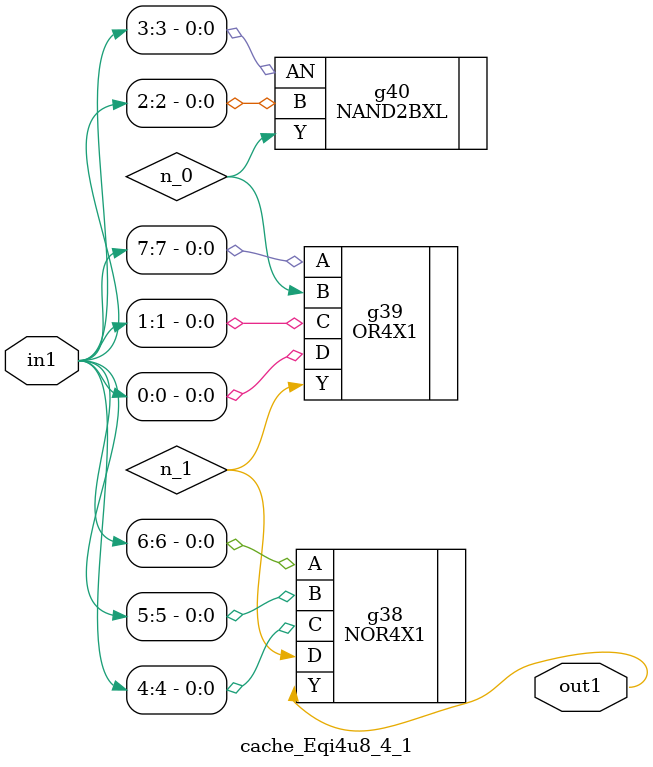
<source format=v>
`timescale 1ps / 1ps


module cache_Eqi4u8_4_1(in1, out1);
  input [7:0] in1;
  output out1;
  wire [7:0] in1;
  wire out1;
  wire n_0, n_1;
  NOR4X1 g38(.A (in1[6]), .B (in1[5]), .C (in1[4]), .D (n_1), .Y
       (out1));
  OR4X1 g39(.A (in1[7]), .B (n_0), .C (in1[1]), .D (in1[0]), .Y (n_1));
  NAND2BXL g40(.AN (in1[3]), .B (in1[2]), .Y (n_0));
endmodule



</source>
